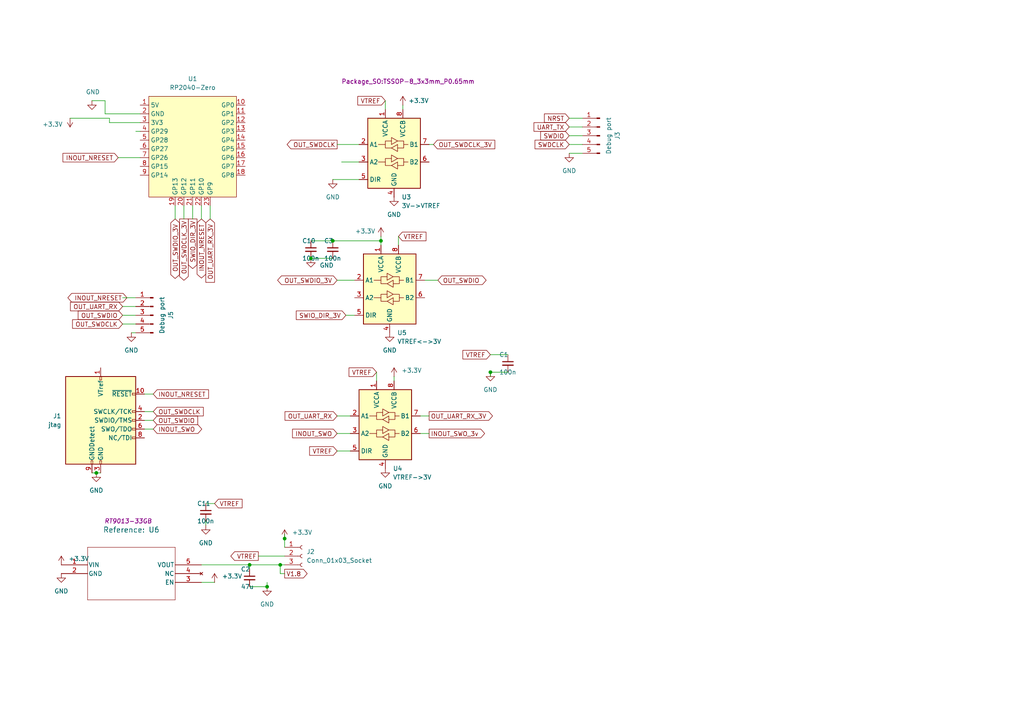
<source format=kicad_sch>
(kicad_sch (version 20231120) (generator "eeschema") (generator_version "8.0")
  (paper "A4")
  (title_block (title "Swindle RP2040 ZERO") (rev "0"))
  (lib_symbols
    (symbol "2024-10-20_09-04-45:RT9013-33GB" (pin_names (offset 0.254))
      (property "Reference" "U" (at 20.32 10.16 0))
      (property "Value" "RT9013-33GB" (at 20.32 7.62 0))
      (symbol "RT9013-33GB_0_1"
        (polyline (pts (xy 7.62 -10.16) (xy 33.02 -10.16)) (stroke (width 0.127)))
        (polyline (pts (xy 7.62 5.08) (xy 7.62 -10.16)) (stroke (width 0.127)))
        (polyline (pts (xy 33.02 -10.16) (xy 33.02 5.08)) (stroke (width 0.127)))
        (polyline (pts (xy 33.02 5.08) (xy 7.62 5.08)) (stroke (width 0.127)))
        (pin input line (at 0 0 0) (length 7.62) (name "VIN") (number "1"))
        (pin power_out line (at 0 -2.54 0) (length 7.62) (name "GND") (number "2"))
        (pin unspecified line (at 40.64 -5.08 180) (length 7.62) (name "EN") (number "3"))
        (pin no_connect line (at 40.64 -2.54 180) (length 7.62) (name "NC") (number "4"))
        (pin output line (at 40.64 0 180) (length 7.62) (name "VOUT") (number "5"))
      )
    )
    (symbol "CarrierZero:RP2040-Zero"
      (property "Reference" "U" (at 0 0 0))
      (property "Value" "RP2040-Zero" (at 0 8.89 0))
      (symbol "RP2040-Zero_0_1"
        (rectangle (start -12.7 7.62) (end 12.7 -21.59) (fill (type background)))
      )
      (symbol "RP2040-Zero_1_1"
        (pin power_in line (at -15.24 5.08 0) (length 2.54) (name "5V") (number "1"))
        (pin bidirectional line (at 15.24 5.08 180) (length 2.54) (name "GP0") (number "10"))
        (pin bidirectional line (at 15.24 2.54 180) (length 2.54) (name "GP1") (number "11"))
        (pin bidirectional line (at 15.24 0 180) (length 2.54) (name "GP2") (number "12"))
        (pin bidirectional line (at 15.24 -2.54 180) (length 2.54) (name "GP3") (number "13"))
        (pin bidirectional line (at 15.24 -5.08 180) (length 2.54) (name "GP4") (number "14"))
        (pin bidirectional line (at 15.24 -7.62 180) (length 2.54) (name "GP5") (number "15"))
        (pin bidirectional line (at 15.24 -10.16 180) (length 2.54) (name "GP6") (number "16"))
        (pin bidirectional line (at 15.24 -12.7 180) (length 2.54) (name "GP7") (number "17"))
        (pin bidirectional line (at 15.24 -15.24 180) (length 2.54) (name "GP8") (number "18"))
        (pin bidirectional line (at -5.08 -24.13 90) (length 2.54) (name "GP13") (number "19"))
        (pin power_in line (at -15.24 2.54 0) (length 2.54) (name "GND") (number "2"))
        (pin bidirectional line (at -2.54 -24.13 90) (length 2.54) (name "GP12") (number "20"))
        (pin bidirectional line (at 0 -24.13 90) (length 2.54) (name "GP11") (number "21"))
        (pin bidirectional line (at 2.54 -24.13 90) (length 2.54) (name "GP10") (number "22"))
        (pin bidirectional line (at 5.08 -24.13 90) (length 2.54) (name "GP9") (number "23"))
        (pin power_in line (at -15.24 0 0) (length 2.54) (name "3V3") (number "3"))
        (pin bidirectional line (at -15.24 -2.54 0) (length 2.54) (name "GP29") (number "4"))
        (pin bidirectional line (at -15.24 -5.08 0) (length 2.54) (name "GP28") (number "5"))
        (pin bidirectional line (at -15.24 -7.62 0) (length 2.54) (name "GP27") (number "6"))
        (pin bidirectional line (at -15.24 -10.16 0) (length 2.54) (name "GP26") (number "7"))
        (pin bidirectional line (at -15.24 -12.7 0) (length 2.54) (name "GP15") (number "8"))
        (pin bidirectional line (at -15.24 -15.24 0) (length 2.54) (name "GP14") (number "9"))
      )
    )
    (symbol "Connector:Conn_01x03_Socket" (pin_names (offset 1.016) hide)
      (property "Reference" "J" (at 0 5.08 0))
      (property "Value" "Conn_01x03_Socket" (at 0 -5.08 0))
      (symbol "Conn_01x03_Socket_1_1"
        (arc (start 0 -2.032) (mid -0.5058 -2.54) (end 0 -3.048) (stroke (width 0.1524)))
        (polyline (pts (xy -1.27 -2.54) (xy -0.508 -2.54)) (stroke (width 0.1524)))
        (polyline (pts (xy -1.27 0) (xy -0.508 0)) (stroke (width 0.1524)))
        (polyline (pts (xy -1.27 2.54) (xy -0.508 2.54)) (stroke (width 0.1524)))
        (arc (start 0 0.508) (mid -0.5058 0) (end 0 -0.508) (stroke (width 0.1524)))
        (arc (start 0 3.048) (mid -0.5058 2.54) (end 0 2.032) (stroke (width 0.1524)))
        (pin passive line (at -5.08 2.54 0) (length 3.81) (name "Pin_1") (number "1"))
        (pin passive line (at -5.08 0 0) (length 3.81) (name "Pin_2") (number "2"))
        (pin passive line (at -5.08 -2.54 0) (length 3.81) (name "Pin_3") (number "3"))
      )
    )
    (symbol "Connector:Conn_01x05_Male" (pin_names (offset 1.016) hide)
      (property "Reference" "J" (at 0 7.62 0))
      (property "Value" "Conn_01x05_Male" (at 0 -7.62 0))
      (symbol "Conn_01x05_Male_1_1"
        (polyline (pts (xy 1.27 -5.08) (xy 0.8636 -5.08)) (stroke (width 0.1524)))
        (polyline (pts (xy 1.27 -2.54) (xy 0.8636 -2.54)) (stroke (width 0.1524)))
        (polyline (pts (xy 1.27 0) (xy 0.8636 0)) (stroke (width 0.1524)))
        (polyline (pts (xy 1.27 2.54) (xy 0.8636 2.54)) (stroke (width 0.1524)))
        (polyline (pts (xy 1.27 5.08) (xy 0.8636 5.08)) (stroke (width 0.1524)))
        (rectangle (start 0.8636 -4.953) (end 0 -5.207) (stroke (width 0.1524)) (fill (type outline)))
        (rectangle (start 0.8636 -2.413) (end 0 -2.667) (stroke (width 0.1524)) (fill (type outline)))
        (rectangle (start 0.8636 0.127) (end 0 -0.127) (stroke (width 0.1524)) (fill (type outline)))
        (rectangle (start 0.8636 2.667) (end 0 2.413) (stroke (width 0.1524)) (fill (type outline)))
        (rectangle (start 0.8636 5.207) (end 0 4.953) (stroke (width 0.1524)) (fill (type outline)))
        (pin passive line (at 5.08 5.08 180) (length 3.81) (name "Pin_1") (number "1"))
        (pin passive line (at 5.08 2.54 180) (length 3.81) (name "Pin_2") (number "2"))
        (pin passive line (at 5.08 0 180) (length 3.81) (name "Pin_3") (number "3"))
        (pin passive line (at 5.08 -2.54 180) (length 3.81) (name "Pin_4") (number "4"))
        (pin passive line (at 5.08 -5.08 180) (length 3.81) (name "Pin_5") (number "5"))
      )
    )
    (symbol "Connector:Conn_ARM_JTAG_SWD_10" (pin_names (offset 1.016))
      (property "Reference" "J" (at -2.54 16.51 0))
      (property "Value" "Conn_ARM_JTAG_SWD_10" (at -2.54 13.97 0))
      (symbol "Conn_ARM_JTAG_SWD_10_0_1"
        (rectangle (start -10.16 12.7) (end 10.16 -12.7) (stroke (width 0.254)) (fill (type background)))
        (rectangle (start -2.794 -12.7) (end -2.286 -11.684))
        (rectangle (start -0.254 -12.7) (end 0.254 -11.684))
        (rectangle (start -0.254 12.7) (end 0.254 11.684))
        (rectangle (start 9.144 2.286) (end 10.16 2.794))
        (rectangle (start 10.16 -2.794) (end 9.144 -2.286))
        (rectangle (start 10.16 -0.254) (end 9.144 0.254))
        (rectangle (start 10.16 7.874) (end 9.144 7.366))
      )
      (symbol "Conn_ARM_JTAG_SWD_10_1_1"
        (rectangle (start 9.144 -5.334) (end 10.16 -4.826))
        (pin power_in line (at 0 15.24 270) (length 2.54) (name "VTref") (number "1"))
        (pin open_collector line (at 12.7 7.62 180) (length 2.54) (name "~{RESET}") (number "10"))
        (pin bidirectional line (at 12.7 0 180) (length 2.54) (name "SWDIO/TMS") (number "2"))
        (pin power_in line (at 0 -15.24 90) (length 2.54) (name "GND") (number "3"))
        (pin output line (at 12.7 2.54 180) (length 2.54) (name "SWCLK/TCK") (number "4"))
        (pin passive line (at 0 -15.24 90) (length 2.54) hide (name "GND") (number "5"))
        (pin input line (at 12.7 -2.54 180) (length 2.54) (name "SWO/TDO") (number "6"))
        (pin no_connect line (at -10.16 0 0) (length 2.54) hide (name "KEY") (number "7"))
        (pin output line (at 12.7 -5.08 180) (length 2.54) (name "NC/TDI") (number "8"))
        (pin passive line (at -2.54 -15.24 90) (length 2.54) (name "GNDDetect") (number "9"))
      )
    )
    (symbol "Device:C_Small" (pin_numbers hide) (pin_names (offset 0.254) hide)
      (property "Reference" "C" (at 0.254 1.778 0))
      (property "Value" "C_Small" (at 0.254 -2.032 0))
      (symbol "C_Small_0_1"
        (polyline (pts (xy -1.524 -0.508) (xy 1.524 -0.508)) (stroke (width 0.3302)))
        (polyline (pts (xy -1.524 0.508) (xy 1.524 0.508)) (stroke (width 0.3048)))
      )
      (symbol "C_Small_1_1"
        (pin passive line (at 0 2.54 270) (length 2.032) (name "~") (number "1"))
        (pin passive line (at 0 -2.54 90) (length 2.032) (name "~") (number "2"))
      )
    )
    (symbol "Logic_LevelTranslator:SN74LVC2T45DCUR"
      (property "Reference" "U" (at -6.35 11.43 0))
      (property "Value" "SN74LVC2T45DCUR" (at 3.81 11.43 0))
      (symbol "SN74LVC2T45DCUR_0_1"
        (rectangle (start -7.62 10.16) (end 7.62 -10.16) (stroke (width 0.254)) (fill (type background)))
        (polyline (pts (xy -2.54 2.54) (xy -2.54 3.556) (xy -0.762 3.556)))
        (polyline (pts (xy 2.794 2.54) (xy 2.794 1.524) (xy 1.016 1.524)))
        (polyline (pts (xy -0.762 1.524) (xy -2.54 1.524) (xy -2.54 2.54) (xy -4.572 2.54)))
        (polyline (pts (xy -0.762 2.54) (xy -0.762 4.572) (xy 1.016 3.556) (xy -0.762 2.54)))
        (polyline (pts (xy 1.016 3.556) (xy 2.794 3.556) (xy 2.794 2.54) (xy 4.064 2.54)))
        (polyline (pts (xy 1.016 2.54) (xy 1.016 0.762) (xy 1.016 0.508) (xy -0.762 1.524) (xy 1.016 2.54)))
      )
      (symbol "SN74LVC2T45DCUR_1_1"
        (polyline (pts (xy -2.54 -2.54) (xy -2.54 -1.524) (xy -0.762 -1.524)))
        (polyline (pts (xy 2.794 -2.54) (xy 2.794 -3.556) (xy 1.016 -3.556)))
        (polyline (pts (xy -0.762 -3.556) (xy -2.54 -3.556) (xy -2.54 -2.54) (xy -4.572 -2.54)))
        (polyline (pts (xy -0.762 -2.54) (xy -0.762 -0.508) (xy 1.016 -1.524) (xy -0.762 -2.54)))
        (polyline (pts (xy 1.016 -1.524) (xy 2.794 -1.524) (xy 2.794 -2.54) (xy 4.064 -2.54)))
        (polyline (pts (xy 1.016 -2.54) (xy 1.016 -4.318) (xy 1.016 -4.572) (xy -0.762 -3.556) (xy 1.016 -2.54)))
        (pin power_in line (at -2.54 12.7 270) (length 2.54) (name "VCCA") (number "1"))
        (pin bidirectional line (at -10.16 2.54 0) (length 2.54) (name "A1") (number "2"))
        (pin bidirectional line (at -10.16 -2.54 0) (length 2.54) (name "A2") (number "3"))
        (pin power_in line (at 0 -12.7 90) (length 2.54) (name "GND") (number "4"))
        (pin input line (at -10.16 -7.62 0) (length 2.54) (name "DIR") (number "5"))
        (pin bidirectional line (at 10.16 -2.54 180) (length 2.54) (name "B2") (number "6"))
        (pin bidirectional line (at 10.16 2.54 180) (length 2.54) (name "B1") (number "7"))
        (pin power_in line (at 2.54 12.7 270) (length 2.54) (name "VCCB") (number "8"))
      )
    )
    (symbol "power:+3.3V" (power) (pin_numbers hide) (pin_names (offset 0) hide)
      (property "Value" "+3.3V" (at 0 3.556 0))
      (symbol "+3.3V_0_1"
        (polyline (pts (xy -0.762 1.27) (xy 0 2.54)))
        (polyline (pts (xy 0 0) (xy 0 2.54)))
        (polyline (pts (xy 0 2.54) (xy 0.762 1.27)))
      )
      (symbol "+3.3V_1_1"
        (pin power_in line (at 0 0 90) (length 0) (name "~") (number "1"))
      )
    )
    (symbol "power:GND" (power) (pin_numbers hide) (pin_names (offset 0) hide)
      (property "Value" "GND" (at 0 -3.81 0))
      (symbol "GND_0_1"
        (polyline (pts (xy 0 0) (xy 0 -1.27) (xy 1.27 -1.27) (xy 0 -2.54) (xy -1.27 -1.27) (xy 0 -1.27)))
      )
      (symbol "GND_1_1"
        (pin power_in line (at 0 0 270) (length 0) (name "~") (number "1"))
      )
    )
  )
  (junction (at 96.52 69.85))
  (junction (at 77.47 170.18))
  (junction (at 90.17 74.93))
  (junction (at 81.28 163.83))
  (junction (at 27.94 137.16))
  (junction (at 82.55 156.21))
  (junction (at 110.49 69.85))
  (junction (at 72.39 163.83))
  (junction (at 142.24 107.95))
  (wire (pts (xy 30.48 33.02) (xy 40.64 33.02)))
  (wire (pts (xy 121.92 120.65) (xy 124.46 120.65)))
  (wire (pts (xy 81.28 166.37) (xy 81.28 163.83)))
  (wire (pts (xy 60.96 59.69) (xy 60.96 63.5)))
  (wire (pts (xy 31.75 35.56) (xy 40.64 35.56)))
  (wire (pts (xy 41.91 119.38) (xy 44.45 119.38)))
  (wire (pts (xy 55.88 59.69) (xy 55.88 63.5)))
  (wire (pts (xy 97.79 130.81) (xy 101.6 130.81)))
  (wire (pts (xy 97.79 81.28) (xy 102.87 81.28)))
  (wire (pts (xy 90.17 74.93) (xy 96.52 74.93)))
  (wire (pts (xy 53.34 59.69) (xy 53.34 63.5)))
  (wire (pts (xy 168.91 34.29) (xy 165.1 34.29)))
  (wire (pts (xy 30.48 29.21) (xy 26.67 29.21)))
  (wire (pts (xy 123.19 81.28) (xy 127 81.28)))
  (wire (pts (xy 142.24 107.95) (xy 142.24 109.22)))
  (wire (pts (xy 72.39 170.18) (xy 77.47 170.18)))
  (wire (pts (xy 111.76 29.21) (xy 111.76 31.75)))
  (wire (pts (xy 109.22 107.95) (xy 109.22 110.49)))
  (wire (pts (xy 96.52 69.85) (xy 110.49 69.85)))
  (wire (pts (xy 38.1 96.52) (xy 39.37 96.52)))
  (wire (pts (xy 20.32 34.29) (xy 31.75 34.29)))
  (wire (pts (xy 35.56 86.36) (xy 39.37 86.36)))
  (wire (pts (xy 77.47 168.91) (xy 77.47 170.18)))
  (wire (pts (xy 59.69 151.13) (xy 59.69 152.4)))
  (wire (pts (xy 27.94 137.16) (xy 29.21 137.16)))
  (wire (pts (xy 168.91 36.83) (xy 165.1 36.83)))
  (wire (pts (xy 59.69 146.05) (xy 62.23 146.05)))
  (wire (pts (xy 96.52 52.07) (xy 104.14 52.07)))
  (wire (pts (xy 39.37 38.1) (xy 40.64 38.1)))
  (wire (pts (xy 41.91 121.92) (xy 44.45 121.92)))
  (wire (pts (xy 30.48 33.02) (xy 30.48 29.21)))
  (wire (pts (xy 82.55 156.21) (xy 82.55 158.75)))
  (wire (pts (xy 74.93 161.29) (xy 82.55 161.29)))
  (wire (pts (xy 147.32 107.95) (xy 142.24 107.95)))
  (wire (pts (xy 41.91 114.3) (xy 44.45 114.3)))
  (wire (pts (xy 82.55 166.37) (xy 81.28 166.37)))
  (wire (pts (xy 97.79 125.73) (xy 101.6 125.73)))
  (wire (pts (xy 168.91 44.45) (xy 165.1 44.45)))
  (wire (pts (xy 121.92 125.73) (xy 124.46 125.73)))
  (wire (pts (xy 110.49 68.58) (xy 110.49 69.85)))
  (wire (pts (xy 110.49 69.85) (xy 110.49 71.12)))
  (wire (pts (xy 90.17 69.85) (xy 96.52 69.85)))
  (wire (pts (xy 97.79 120.65) (xy 101.6 120.65)))
  (wire (pts (xy 35.56 88.9) (xy 39.37 88.9)))
  (wire (pts (xy 116.84 30.48) (xy 116.84 31.75)))
  (wire (pts (xy 35.56 93.98) (xy 39.37 93.98)))
  (wire (pts (xy 81.28 163.83) (xy 82.55 163.83)))
  (wire (pts (xy 72.39 163.83) (xy 81.28 163.83)))
  (wire (pts (xy 124.46 41.91) (xy 125.73 41.91)))
  (wire (pts (xy 58.42 168.91) (xy 62.23 168.91)))
  (wire (pts (xy 114.3 109.22) (xy 114.3 110.49)))
  (wire (pts (xy 31.75 34.29) (xy 31.75 35.56)))
  (wire (pts (xy 142.24 102.87) (xy 147.32 102.87)))
  (wire (pts (xy 58.42 163.83) (xy 72.39 163.83)))
  (wire (pts (xy 100.33 91.44) (xy 102.87 91.44)))
  (wire (pts (xy 115.57 68.58) (xy 115.57 71.12)))
  (wire (pts (xy 168.91 39.37) (xy 165.1 39.37)))
  (wire (pts (xy 58.42 59.69) (xy 58.42 63.5)))
  (wire (pts (xy 34.29 45.72) (xy 40.64 45.72)))
  (wire (pts (xy 35.56 91.44) (xy 39.37 91.44)))
  (wire (pts (xy 82.55 154.94) (xy 82.55 156.21)))
  (wire (pts (xy 97.79 41.91) (xy 104.14 41.91)))
  (wire (pts (xy 50.8 59.69) (xy 50.8 63.5)))
  (wire (pts (xy 99.06 46.99) (xy 104.14 46.99)))
  (wire (pts (xy 26.67 137.16) (xy 27.94 137.16)))
  (wire (pts (xy 41.91 124.46) (xy 44.45 124.46)))
  (wire (pts (xy 168.91 41.91) (xy 165.1 41.91)))
  (wire (pts (xy 72.39 163.83) (xy 72.39 165.1)))
  (global_label "INOUT_NRESET" (shape input) (at 34.29 45.72 180) (property "Intersheetrefs" "${INTERSHEET_REFS}" (effects (hide yes))))
  (global_label "INOUT_SWO" (shape bidirectional) (at 44.45 124.46 0) (property "Intersheetrefs" "${INTERSHEET_REFS}" (effects (hide yes))))
  (global_label "VTREF" (shape input) (at 111.76 29.21 180) (property "Intersheetrefs" "${INTERSHEET_REFS}" (effects (hide yes))))
  (global_label "INOUT_SWO_3v" (shape output) (at 124.46 125.73 0) (property "Intersheetrefs" "${INTERSHEET_REFS}" (effects (hide yes))))
  (global_label "OUT_UART_RX_3V" (shape output) (at 124.46 120.65 0) (property "Intersheetrefs" "${INTERSHEET_REFS}" (effects (hide yes))))
  (global_label "V1.8" (shape output) (at 82.55 166.37 0) (property "Intersheetrefs" "${INTERSHEET_REFS}" (effects (hide yes))))
  (global_label "OUT_SWDIO" (shape input) (at 44.45 121.92 0) (property "Intersheetrefs" "${INTERSHEET_REFS}" (effects (hide yes))))
  (global_label "OUT_SWDIO" (shape input) (at 35.56 91.44 180) (property "Intersheetrefs" "${INTERSHEET_REFS}" (effects (hide yes))))
  (global_label "INOUT_NRESET" (shape input) (at 44.45 114.3 0) (property "Intersheetrefs" "${INTERSHEET_REFS}" (effects (hide yes))))
  (global_label "OUT_UART_RX" (shape input) (at 35.56 88.9 180) (property "Intersheetrefs" "${INTERSHEET_REFS}" (effects (hide yes))))
  (global_label "VTREF" (shape input) (at 97.79 130.81 180) (property "Intersheetrefs" "${INTERSHEET_REFS}" (effects (hide yes))))
  (global_label "SWDIO" (shape input) (at 165.1 39.37 180) (property "Intersheetrefs" "${INTERSHEET_REFS}" (effects (hide yes))))
  (global_label "OUT_UART_RX" (shape input) (at 97.79 120.65 180) (property "Intersheetrefs" "${INTERSHEET_REFS}" (effects (hide yes))))
  (global_label "UART_TX" (shape input) (at 165.1 36.83 180) (property "Intersheetrefs" "${INTERSHEET_REFS}" (effects (hide yes))))
  (global_label "OUT_SWDCLK_3V" (shape output) (at 53.34 63.5 270) (property "Intersheetrefs" "${INTERSHEET_REFS}" (effects (hide yes))))
  (global_label "OUT_SWDIO_3V" (shape bidirectional) (at 50.8 63.5 270) (property "Intersheetrefs" "${INTERSHEET_REFS}" (effects (hide yes))))
  (global_label "OUT_SWDCLK" (shape input) (at 35.56 93.98 180) (property "Intersheetrefs" "${INTERSHEET_REFS}" (effects (hide yes))))
  (global_label "OUT_SWDCLK" (shape input) (at 44.45 119.38 0) (property "Intersheetrefs" "${INTERSHEET_REFS}" (effects (hide yes))))
  (global_label "INOUT_SWO" (shape input) (at 97.79 125.73 180) (property "Intersheetrefs" "${INTERSHEET_REFS}" (effects (hide yes))))
  (global_label "INOUT_NRESET" (shape bidirectional) (at 58.42 63.5 270) (property "Intersheetrefs" "${INTERSHEET_REFS}" (effects (hide yes))))
  (global_label "SWIO_DIR_3V" (shape input) (at 100.33 91.44 180) (property "Intersheetrefs" "${INTERSHEET_REFS}" (effects (hide yes))))
  (global_label "VTREF" (shape input) (at 115.57 68.58 0) (property "Intersheetrefs" "${INTERSHEET_REFS}" (effects (hide yes))))
  (global_label "OUT_UART_RX_3V" (shape input) (at 60.96 63.5 270) (property "Intersheetrefs" "${INTERSHEET_REFS}" (effects (hide yes))))
  (global_label "INOUT_NRESET" (shape bidirectional) (at 36.83 86.36 180) (property "Intersheetrefs" "${INTERSHEET_REFS}" (effects (hide yes))))
  (global_label "VTREF" (shape input) (at 142.24 102.87 180) (property "Intersheetrefs" "${INTERSHEET_REFS}" (effects (hide yes))))
  (global_label "SWIO_DIR_3V" (shape output) (at 55.88 63.5 270) (property "Intersheetrefs" "${INTERSHEET_REFS}" (effects (hide yes))))
  (global_label "NRST" (shape input) (at 165.1 34.29 180) (property "Intersheetrefs" "${INTERSHEET_REFS}" (effects (hide yes))))
  (global_label "OUT_SWDCLK_3V" (shape input) (at 125.73 41.91 0) (property "Intersheetrefs" "${INTERSHEET_REFS}" (effects (hide yes))))
  (global_label "VTREF" (shape input) (at 109.22 107.95 180) (property "Intersheetrefs" "${INTERSHEET_REFS}" (effects (hide yes))))
  (global_label "VTREF" (shape output) (at 74.93 161.29 180) (property "Intersheetrefs" "${INTERSHEET_REFS}" (effects (hide yes))))
  (global_label "SWDCLK" (shape input) (at 165.1 41.91 180) (property "Intersheetrefs" "${INTERSHEET_REFS}" (effects (hide yes))))
  (global_label "OUT_SWDCLK" (shape output) (at 97.79 41.91 180) (property "Intersheetrefs" "${INTERSHEET_REFS}" (effects (hide yes))))
  (global_label "OUT_SWDIO" (shape bidirectional) (at 127 81.28 0) (property "Intersheetrefs" "${INTERSHEET_REFS}" (effects (hide yes))))
  (global_label "VTREF" (shape input) (at 62.23 146.05 0) (property "Intersheetrefs" "${INTERSHEET_REFS}" (effects (hide yes))))
  (global_label "OUT_SWDIO_3V" (shape bidirectional) (at 97.79 81.28 180) (property "Intersheetrefs" "${INTERSHEET_REFS}" (effects (hide yes))))
  (symbol (lib_id "Connector:Conn_01x05_Male") (at 44.45 91.44 0) (mirror y) (unit 1)
    (property "Reference" "J5" (at 49.53 91.44 90))
    (property "Value" "Debug port" (at 46.99 91.44 90))
    (property "Footprint" "Con5" (effects (hide yes)))
  )
  (symbol (lib_id "power:GND") (at 59.69 152.4 0) (unit 1)
    (property "Reference" "#PWR013" (effects (hide yes)))
    (property "Value" "GND" (at 59.69 157.48 0))
    (property "Description" "Power symbol creates a global label with name \"GND\" , ground" (effects (hide yes)))
  )
  (symbol (lib_id "Connector:Conn_01x03_Socket") (at 87.63 161.29 0) (unit 1)
    (property "Reference" "J2" (at 88.9 160.0199 0) (effects (justify left)))
    (property "Value" "Conn_01x03_Socket" (at 88.9 162.5599 0) (effects (justify left)))
    (property "Footprint" "Connector_PinHeader_2.54mm:PinHeader_1x03_P2.54mm_Vertical" (effects (hide yes)))
    (property "Description" "Generic connector, single row, 01x03, script generated" (effects (hide yes)))
  )
  (symbol (lib_id "Logic_LevelTranslator:SN74LVC2T45DCUR") (at 113.03 83.82 0) (unit 1)
    (property "Reference" "U5" (at 115.2241 96.52 0) (effects (justify left)))
    (property "Value" "VTREF<->3V" (at 115.2241 99.06 0) (effects (justify left)))
    (property "Footprint" "Package_SO:TSSOP-8_3x3mm_P0.65mm" (effects (hide yes)))
    (property "Datasheet" "http://www.ti.com/lit/ds/symlink/sn74lvc2t45.pdf" (effects (hide yes)))
    (property "Description" "Dual-Bit Dual-Supply Bus Transceiver With Configurable Voltage Translation and 3-State Outputs, VSSOP-8" (effects (hide yes)))
  )
  (symbol (lib_id "power:GND") (at 27.94 137.16 0) (unit 1)
    (property "Reference" "#PWR010" (effects (hide yes)))
    (property "Value" "GND" (at 27.94 142.24 0))
    (property "Description" "Power symbol creates a global label with name \"GND\" , ground" (effects (hide yes)))
  )
  (symbol (lib_id "Logic_LevelTranslator:SN74LVC2T45DCUR") (at 114.3 44.45 0) (unit 1)
    (property "Reference" "U3" (at 116.4941 57.15 0) (effects (justify left)))
    (property "Value" "3V->VTREF" (at 116.4941 59.69 0) (effects (justify left)))
    (property "Footprint" "Package_SO:TSSOP-8_3x3mm_P0.65mm" (at 118.364 23.622 0))
    (property "Datasheet" "http://www.ti.com/lit/ds/symlink/sn74lvc2t45.pdf" (effects (hide yes)))
    (property "Description" "Dual-Bit Dual-Supply Bus Transceiver With Configurable Voltage Translation and 3-State Outputs, VSSOP-8" (effects (hide yes)))
  )
  (symbol (lib_id "2024-10-20_09-04-45:RT9013-33GB") (at 17.78 163.83 0) (unit 1)
    (property "Reference" "U6" (at 38.1 153.67 0) (show_name yes) (effects (font (size 1.524 1.524))))
    (property "Value" "RT9013-33GB" (effects (hide yes)))
    (property "Footprint" "PCM_Package_TO_SOT_SMD_AKL:TSOT-23-5" (effects (hide yes)))
    (property "Datasheet" "RT9013-33GB" (at 37.084 151.13 0) (effects (font (italic yes))))
  )
  (symbol (lib_id "Device:C_Small") (at 72.39 167.64 0) (unit 1)
    (property "Reference" "C2" (at 69.85 165.1 0) (effects (justify left)))
    (property "Value" "47u" (at 69.85 170.18 0) (effects (justify left)))
    (property "Footprint" "Resistor_SMD:R_1210_3225Metric" (effects (hide yes)))
    (property "Description" "Unpolarized capacitor, small symbol" (effects (hide yes)))
  )
  (symbol (lib_id "power:GND") (at 77.47 170.18 0) (unit 1)
    (property "Reference" "#PWR032" (effects (hide yes)))
    (property "Value" "GND" (at 77.47 175.26 0))
    (property "Description" "Power symbol creates a global label with name \"GND\" , ground" (effects (hide yes)))
  )
  (symbol (lib_id "power:GND") (at 113.03 96.52 0) (unit 1)
    (property "Reference" "#PWR026" (effects (hide yes)))
    (property "Value" "GND" (at 113.03 101.6 0))
    (property "Description" "Power symbol creates a global label with name \"GND\" , ground" (effects (hide yes)))
  )
  (symbol (lib_id "power:GND") (at 142.24 107.95 0) (unit 1)
    (property "Reference" "#PWR03" (effects (hide yes)))
    (property "Value" "GND" (at 142.24 113.03 0))
    (property "Description" "Power symbol creates a global label with name \"GND\" , ground" (effects (hide yes)))
  )
  (symbol (lib_id "power:GND") (at 96.52 52.07 0) (unit 1)
    (property "Reference" "#PWR028" (effects (hide yes)))
    (property "Value" "GND" (at 96.52 57.15 0))
    (property "Description" "Power symbol creates a global label with name \"GND\" , ground" (effects (hide yes)))
  )
  (symbol (lib_id "CarrierZero:RP2040-Zero") (at 55.88 35.56 0) (unit 1)
    (property "Reference" "U1" (at 55.88 22.86 0))
    (property "Value" "RP2040-Zero" (at 55.88 25.4 0))
    (property "Footprint" "RP2040 Carrier:RP2040 Zero" (effects (hide yes)))
  )
  (symbol (lib_id "Device:C_Small") (at 90.17 72.39 0) (unit 1)
    (property "Reference" "C10" (at 87.63 69.85 0) (effects (justify left)))
    (property "Value" "100n" (at 87.63 74.93 0) (effects (justify left)))
    (property "Footprint" "Resistor_SMD:R_0603_1608Metric" (effects (hide yes)))
    (property "Description" "Unpolarized capacitor, small symbol" (effects (hide yes)))
  )
  (symbol (lib_id "power:GND") (at 17.78 166.37 0) (unit 1)
    (property "Reference" "#PWR030" (effects (hide yes)))
    (property "Value" "GND" (at 17.78 171.45 0))
    (property "Description" "Power symbol creates a global label with name \"GND\" , ground" (effects (hide yes)))
  )
  (symbol (lib_id "power:GND") (at 90.17 74.93 0) (unit 1)
    (property "Reference" "#PWR027" (effects (hide yes)))
    (property "Value" "GND" (at 94.742 76.962 0))
    (property "Description" "Power symbol creates a global label with name \"GND\" , ground" (effects (hide yes)))
  )
  (symbol (lib_id "Logic_LevelTranslator:SN74LVC2T45DCUR") (at 111.76 123.19 0) (unit 1)
    (property "Reference" "U4" (at 113.9541 135.89 0) (effects (justify left)))
    (property "Value" "VTREF->3V" (at 113.9541 138.43 0) (effects (justify left)))
    (property "Footprint" "Package_SO:TSSOP-8_3x3mm_P0.65mm" (effects (hide yes)))
    (property "Datasheet" "http://www.ti.com/lit/ds/symlink/sn74lvc2t45.pdf" (effects (hide yes)))
    (property "Description" "Dual-Bit Dual-Supply Bus Transceiver With Configurable Voltage Translation and 3-State Outputs, VSSOP-8" (effects (hide yes)))
  )
  (symbol (lib_id "power:+3.3V") (at 62.23 168.91 0) (unit 1)
    (property "Reference" "#PWR031" (effects (hide yes)))
    (property "Value" "+3.3V" (at 67.31 167.132 0))
    (property "Description" "Power symbol creates a global label with name \"+3.3V\"" (effects (hide yes)))
  )
  (symbol (lib_id "power:+3.3V") (at 20.32 34.29 180) (unit 1)
    (property "Reference" "#PWR01" (effects (hide yes)))
    (property "Value" "+3.3V" (at 15.24 36.068 0))
    (property "Description" "Power symbol creates a global label with name \"+3.3V\"" (effects (hide yes)))
  )
  (symbol (lib_id "Device:C_Small") (at 59.69 148.59 0) (unit 1)
    (property "Reference" "C11" (at 57.15 146.05 0) (effects (justify left)))
    (property "Value" "100n" (at 57.15 151.13 0) (effects (justify left)))
    (property "Footprint" "Resistor_SMD:R_0603_1608Metric" (effects (hide yes)))
    (property "Description" "Unpolarized capacitor, small symbol" (effects (hide yes)))
  )
  (symbol (lib_id "Connector:Conn_ARM_JTAG_SWD_10") (at 29.21 121.92 0) (unit 1)
    (property "Reference" "J1" (at 17.78 120.6499 0) (effects (justify right)))
    (property "Value" "jtag" (at 17.78 123.1899 0) (effects (justify right)))
    (property "Footprint" "Connector_PinHeader_1.27mm:PinHeader_2x05_P1.27mm_Vertical_SMD" (effects (hide yes)))
    (property "Datasheet" "http://infocenter.arm.com/help/topic/com.arm.doc.ddi0314h/DDI0314H_coresight_components_trm.pdf" (effects (hide yes)))
    (property "Description" "Cortex Debug Connector, standard ARM Cortex-M SWD and JTAG interface" (effects (hide yes)))
  )
  (symbol (lib_id "power:GND") (at 165.1 44.45 0) (unit 1)
    (property "Reference" "#PWR04" (effects (hide yes)))
    (property "Value" "GND" (at 165.1 49.53 0))
  )
  (symbol (lib_id "power:+3.3V") (at 116.84 30.48 0) (unit 1)
    (property "Reference" "#PWR021" (effects (hide yes)))
    (property "Value" "+3.3V" (at 121.412 29.21 0))
    (property "Description" "Power symbol creates a global label with name \"+3.3V\"" (effects (hide yes)))
  )
  (symbol (lib_id "power:+3.3V") (at 114.3 109.22 0) (unit 1)
    (property "Reference" "#PWR022" (effects (hide yes)))
    (property "Value" "+3.3V" (at 119.38 107.442 0))
    (property "Description" "Power symbol creates a global label with name \"+3.3V\"" (effects (hide yes)))
  )
  (symbol (lib_id "power:+3.3V") (at 82.55 156.21 0) (unit 1)
    (property "Reference" "#PWR033" (effects (hide yes)))
    (property "Value" "+3.3V" (at 87.63 154.432 0))
    (property "Description" "Power symbol creates a global label with name \"+3.3V\"" (effects (hide yes)))
  )
  (symbol (lib_id "power:GND") (at 114.3 57.15 0) (unit 1)
    (property "Reference" "#PWR023" (effects (hide yes)))
    (property "Value" "GND" (at 114.3 62.23 0))
    (property "Description" "Power symbol creates a global label with name \"GND\" , ground" (effects (hide yes)))
  )
  (symbol (lib_id "power:+3.3V") (at 17.78 163.83 0) (unit 1)
    (property "Reference" "#PWR029" (effects (hide yes)))
    (property "Value" "+3.3V" (at 22.86 162.052 0))
    (property "Description" "Power symbol creates a global label with name \"+3.3V\"" (effects (hide yes)))
  )
  (symbol (lib_id "Device:C_Small") (at 147.32 105.41 0) (unit 1)
    (property "Reference" "C1" (at 144.78 102.87 0) (effects (justify left)))
    (property "Value" "100n" (at 144.78 107.95 0) (effects (justify left)))
    (property "Footprint" "Resistor_SMD:R_0603_1608Metric" (effects (hide yes)))
    (property "Description" "Unpolarized capacitor, small symbol" (effects (hide yes)))
  )
  (symbol (lib_id "power:+3.3V") (at 110.49 68.58 0) (unit 1)
    (property "Reference" "#PWR025" (effects (hide yes)))
    (property "Value" "+3.3V" (at 105.918 67.056 0))
    (property "Description" "Power symbol creates a global label with name \"+3.3V\"" (effects (hide yes)))
  )
  (symbol (lib_id "power:GND") (at 111.76 135.89 0) (unit 1)
    (property "Reference" "#PWR024" (effects (hide yes)))
    (property "Value" "GND" (at 111.76 140.97 0))
    (property "Description" "Power symbol creates a global label with name \"GND\" , ground" (effects (hide yes)))
  )
  (symbol (lib_id "Device:C_Small") (at 96.52 72.39 0) (unit 1)
    (property "Reference" "C3" (at 93.98 69.85 0) (effects (justify left)))
    (property "Value" "100n" (at 93.98 74.93 0) (effects (justify left)))
    (property "Footprint" "Resistor_SMD:R_0603_1608Metric" (effects (hide yes)))
    (property "Description" "Unpolarized capacitor, small symbol" (effects (hide yes)))
  )
  (symbol (lib_id "Connector:Conn_01x05_Male") (at 173.99 39.37 0) (mirror y) (unit 1)
    (property "Reference" "J3" (at 179.07 39.37 90))
    (property "Value" "Debug port" (at 176.53 39.37 90))
    (property "Footprint" "Connector_PinHeader_1.00mm:PinHeader_1x05_P1.00mm_Vertical" (effects (hide yes)))
  )
  (symbol (lib_id "power:GND") (at 26.67 29.21 0) (unit 1)
    (property "Reference" "#PWR02" (effects (hide yes)))
    (property "Value" "GND" (at 26.924 26.67 0))
    (property "Description" "Power symbol creates a global label with name \"GND\" , ground" (effects (hide yes)))
  )
  (symbol (lib_id "power:GND") (at 38.1 96.52 0) (unit 1)
    (property "Reference" "#PWR020" (effects (hide yes)))
    (property "Value" "GND" (at 38.1 101.6 0))
    (property "Description" "Power symbol creates a global label with name \"GND\" , ground" (effects (hide yes)))
  )
)
</source>
